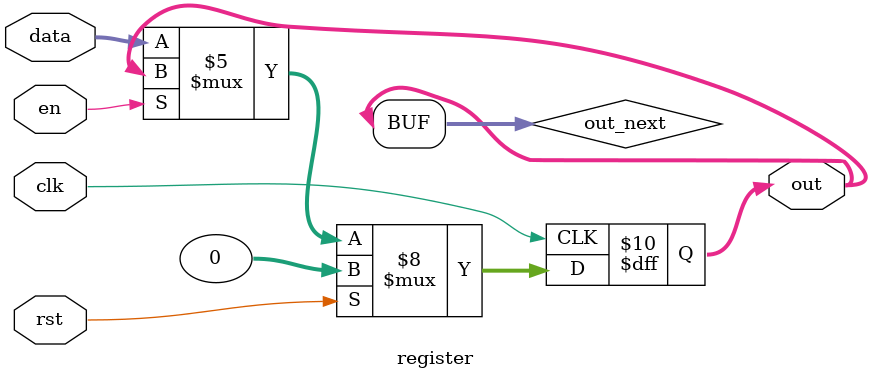
<source format=v>
`timescale 1ns/1ps

module register(data, clk,rst, out, en);
    input [31:0] data;
    input clk, rst, en;
    output reg [31:0] out;
    reg [31:0] out_next;
    
    always @(posedge clk)begin
        if(rst)
            out <= 32'b0;
        else if(en == 1'b0)
            out <= data;
        else 
            out <= out_next;
    end
    
    always@(*) begin
        out_next = out;
    end
endmodule
</source>
